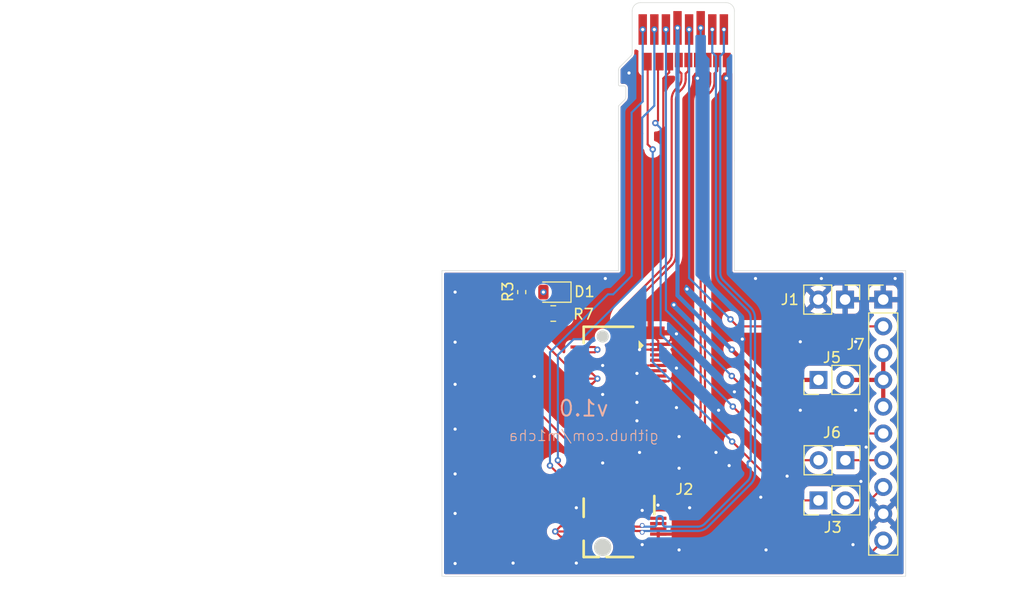
<source format=kicad_pcb>
(kicad_pcb (version 20241229) (generator "pcbnew") (generator_version "9.0")
  (layers (0 "F.Cu" signal) (4 "In1.Cu" power "In1.GND.Cu") (6 "In2.Cu" power "In2.VCC.Cu") (8 "In3.Cu" power "In3.VCC.Cu") (10 "In4.Cu" power "In4.GND.Cu") (2 "B.Cu" signal) (13 "F.Paste" user) (15 "B.Paste" user) (5 "F.SilkS" user "F.Silkscreen") (7 "B.SilkS" user "B.Silkscreen") (1 "F.Mask" user) (3 "B.Mask" user) (25 "Edge.Cuts" user))
  (net 0 "")
  (net 1 "+3V3")
  (net 2 "GND")
  (net 3 "Net-(J3-Pin_1)")
  (net 4 "Net-(D1-K)")
  (net 5 "CMD")
  (net 6 "CLK")
  (net 7 "+1V8")
  (net 8 "PCIe_RX-")
  (net 9 "~{CLKREQ}{slash}DAT2")
  (net 10 "PCIe_TX+")
  (net 11 "~{PERST}{slash}DAT3{slash}CD")
  (net 12 "PCIe_TX-")
  (net 13 "PCIe_RX+")
  (net 15 "Net-(J2-DEVSLP)")
  (net 16 "~{LED1}")
  (net 17 "SUSCLK")
  (net 50 "DATx{slash}REFCLK+")
  (net 51 "DATx{slash}REFCLK-")
  (net 52 "Net-(J4-3V3)")
  (net 53 "Net-(J4-1V2)")
  (net 54 "+1V2")
  (footprint "m1cha:CONN-SMD_APCI0146-P001A-nohole" (layer "F.Cu") (at 86.75 100.25 -90)
    (property "Reference" "J2" (at 4.5 -6.25 180) (layer "F.SilkS"))
    (property "Value" "Bus_M.2_Socket_M")
    (fp_circle (center -10 1.5) (end -9.45 1.5) (stroke (width 0.05)) (fill yes) (layer "Edge.Cuts"))
    (fp_circle (center 10 1.5) (end 10.8 1.5) (stroke (width 0.05)) (fill yes) (layer "Edge.Cuts"))
    (pad "1" smd rect (at -9.25 -3.775 270) (size 0.3 1.55) (layers "F.Cu" "F.Mask" "F.Paste") (net 2 "GND"))
    (pad "2" smd rect (at -9 3.775 270) (size 0.3 1.55) (layers "F.Cu" "F.Mask" "F.Paste") (net 1 "+3V3"))
    (pad "3" smd rect (at -8.75 -3.775 270) (size 0.3 1.55) (layers "F.Cu" "F.Mask" "F.Paste") (net 2 "GND"))
    (pad "4" smd rect (at -8.5 3.775 270) (size 0.3 1.55) (layers "F.Cu" "F.Mask" "F.Paste") (net 1 "+3V3"))
    (pad "5" smd rect (at -8.25 -3.775 270) (size 0.3 1.55) (layers "F.Cu" "F.Mask" "F.Paste"))
    (pad "6" smd rect (at -8 3.775 270) (size 0.3 1.55) (layers "F.Cu" "F.Mask" "F.Paste"))
    (pad "7" smd rect (at -7.75 -3.775 270) (size 0.3 1.55) (layers "F.Cu" "F.Mask" "F.Paste"))
    (pad "8" smd rect (at -7.5 3.775 270) (size 0.3 1.55) (layers "F.Cu" "F.Mask" "F.Paste"))
    (pad "9" smd rect (at -7.25 -3.775 270) (size 0.3 1.55) (layers "F.Cu" "F.Mask" "F.Paste") (net 2 "GND"))
    (pad "10" smd rect (at -7 3.775 270) (size 0.3 1.55) (layers "F.Cu" "F.Mask" "F.Paste") (net 16 "~{LED1}"))
    (pad "11" smd rect (at -6.75 -3.775 270) (size 0.3 1.55) (layers "F.Cu" "F.Mask" "F.Paste"))
    (pad "12" smd rect (at -6.5 3.775 270) (size 0.3 1.55) (layers "F.Cu" "F.Mask" "F.Paste") (net 1 "+3V3"))
    (pad "13" smd rect (at -6.25 -3.775 270) (size 0.3 1.55) (layers "F.Cu" "F.Mask" "F.Paste"))
    (pad "14" smd rect (at -6 3.775 270) (size 0.3 1.55) (layers "F.Cu" "F.Mask" "F.Paste") (net 1 "+3V3"))
    (pad "15" smd rect (at -5.75 -3.775 270) (size 0.3 1.55) (layers "F.Cu" "F.Mask" "F.Paste") (net 2 "GND"))
    (pad "16" smd rect (at -5.5 3.775 270) (size 0.3 1.55) (layers "F.Cu" "F.Mask" "F.Paste") (net 1 "+3V3"))
    (pad "17" smd rect (at -5.25 -3.775 270) (size 0.3 1.55) (layers "F.Cu" "F.Mask" "F.Paste"))
    (pad "18" smd rect (at -5 3.775 270) (size 0.3 1.55) (layers "F.Cu" "F.Mask" "F.Paste") (net 1 "+3V3"))
    (pad "19" smd rect (at -4.75 -3.775 270) (size 0.3 1.55) (layers "F.Cu" "F.Mask" "F.Paste"))
    (pad "20" smd rect (at -4.5 3.775 270) (size 0.3 1.55) (layers "F.Cu" "F.Mask" "F.Paste"))
    (pad "21" smd rect (at -4.25 -3.775 270) (size 0.3 1.55) (layers "F.Cu" "F.Mask" "F.Paste") (net 2 "GND"))
    (pad "22" smd rect (at -4 3.775 270) (size 0.3 1.55) (layers "F.Cu" "F.Mask" "F.Paste"))
    (pad "23" smd rect (at -3.75 -3.775 270) (size 0.3 1.55) (layers "F.Cu" "F.Mask" "F.Paste"))
    (pad "24" smd rect (at -3.5 3.775 270) (size 0.3 1.55) (layers "F.Cu" "F.Mask" "F.Paste"))
    (pad "25" smd rect (at -3.25 -3.775 270) (size 0.3 1.55) (layers "F.Cu" "F.Mask" "F.Paste"))
    (pad "26" smd rect (at -3 3.775 270) (size 0.3 1.55) (layers "F.Cu" "F.Mask" "F.Paste"))
    (pad "27" smd rect (at -2.75 -3.775 270) (size 0.3 1.55) (layers "F.Cu" "F.Mask" "F.Paste") (net 2 "GND"))
    (pad "28" smd rect (at -2.5 3.775 270) (size 0.3 1.55) (layers "F.Cu" "F.Mask" "F.Paste"))
    (pad "29" smd rect (at -2.25 -3.775 270) (size 0.3 1.55) (layers "F.Cu" "F.Mask" "F.Paste"))
    (pad "30" smd rect (at -2 3.775 270) (size 0.3 1.55) (layers "F.Cu" "F.Mask" "F.Paste"))
    (pad "31" smd rect (at -1.75 -3.775 270) (size 0.3 1.55) (layers "F.Cu" "F.Mask" "F.Paste"))
    (pad "32" smd rect (at -1.5 3.775 270) (size 0.3 1.55) (layers "F.Cu" "F.Mask" "F.Paste"))
    (pad "33" smd rect (at -1.25 -3.775 270) (size 0.3 1.55) (layers "F.Cu" "F.Mask" "F.Paste") (net 2 "GND"))
    (pad "34" smd rect (at -1 3.775 270) (size 0.3 1.55) (layers "F.Cu" "F.Mask" "F.Paste"))
    (pad "35" smd rect (at -0.75 -3.775 270) (size 0.3 1.55) (layers "F.Cu" "F.Mask" "F.Paste"))
    (pad "36" smd rect (at -0.5 3.775 270) (size 0.3 1.55) (layers "F.Cu" "F.Mask" "F.Paste"))
    (pad "37" smd rect (at -0.25 -3.775 270) (size 0.3 1.55) (layers "F.Cu" "F.Mask" "F.Paste"))
    (pad "38" smd rect (at 0 3.775 270) (size 0.3 1.55) (layers "F.Cu" "F.Mask" "F.Paste") (net 15 "Net-(J2-DEVSLP)"))
    (pad "39" smd rect (at 0.25 -3.775 270) (size 0.3 1.55) (layers "F.Cu" "F.Mask" "F.Paste") (net 2 "GND"))
    (pad "40" smd rect (at 0.5 3.775 270) (size 0.3 1.55) (layers "F.Cu" "F.Mask" "F.Paste"))
    (pad "41" smd rect (at 0.75 -3.775 270) (size 0.3 1.55) (layers "F.Cu" "F.Mask" "F.Paste") (net 8 "PCIe_RX-"))
    (pad "42" smd rect (at 1 3.775 270) (size 0.3 1.55) (layers "F.Cu" "F.Mask" "F.Paste"))
    (pad "43" smd rect (at 1.25 -3.775 270) (size 0.3 1.55) (layers "F.Cu" "F.Mask" "F.Paste") (net 13 "PCIe_RX+"))
    (pad "44" smd rect (at 1.5 3.775 270) (size 0.3 1.55) (layers "F.Cu" "F.Mask" "F.Paste"))
    (pad "45" smd rect (at 1.75 -3.775 270) (size 0.3 1.55) (layers "F.Cu" "F.Mask" "F.Paste") (net 2 "GND"))
    (pad "46" smd rect (at 2 3.775 270) (size 0.3 1.55) (layers "F.Cu" "F.Mask" "F.Paste"))
    (pad "47" smd rect (at 2.25 -3.775 270) (size 0.3 1.55) (layers "F.Cu" "F.Mask" "F.Paste") (net 12 "PCIe_TX-"))
    (pad "48" smd rect (at 2.5 3.775 270) (size 0.3 1.55) (layers "F.Cu" "F.Mask" "F.Paste"))
    (pad "49" smd rect (at 2.75 -3.775 270) (size 0.3 1.55) (layers "F.Cu" "F.Mask" "F.Paste") (net 10 "PCIe_TX+"))
    (pad "50" smd rect (at 3 3.775 270) (size 0.3 1.55) (layers "F.Cu" "F.Mask" "F.Paste") (net 11 "~{PERST}{slash}DAT3{slash}CD"))
    (pad "51" smd rect (at 3.25 -3.775 270) (size 0.3 1.55) (layers "F.Cu" "F.Mask" "F.Paste") (net 2 "GND"))
    (pad "52" smd rect (at 3.5 3.775 270) (size 0.3 1.55) (layers "F.Cu" "F.Mask" "F.Paste") (net 9 "~{CLKREQ}{slash}DAT2"))
    (pad "53" smd rect (at 3.75 -3.775 270) (size 0.3 1.55) (layers "F.Cu" "F.Mask" "F.Paste") (net 51 "DATx{slash}REFCLK-"))
    (pad "54" smd rect (at 4 3.775 270) (size 0.3 1.55) (layers "F.Cu" "F.Mask" "F.Paste"))
    (pad "55" smd rect (at 4.25 -3.775 270) (size 0.3 1.55) (layers "F.Cu" "F.Mask" "F.Paste") (net 50 "DATx{slash}REFCLK+"))
    (pad "56" smd rect (at 4.5 3.775 270) (size 0.3 1.55) (layers "F.Cu" "F.Mask" "F.Paste"))
    (pad "57" smd rect (at 4.75 -3.775 270) (size 0.3 1.55) (layers "F.Cu" "F.Mask" "F.Paste") (net 2 "GND"))
    (pad "58" smd rect (at 5 3.775 270) (size 0.3 1.55) (layers "F.Cu" "F.Mask" "F.Paste"))
    (pad "67" smd rect (at 7.25 -3.775 270) (size 0.3 1.55) (layers "F.Cu" "F.Mask" "F.Paste"))
    (pad "68" smd rect (at 7.5 3.775 270) (size 0.3 1.55) (layers "F.Cu" "F.Mask" "F.Paste") (net 17 "SUSCLK"))
    (pad "69" smd rect (at 7.75 -3.775 270) (size 0.3 1.55) (layers "F.Cu" "F.Mask" "F.Paste"))
    (pad "70" smd rect (at 8 3.775 270) (size 0.3 1.55) (layers "F.Cu" "F.Mask" "F.Paste") (net 1 "+3V3"))
    (pad "71" smd rect (at 8.25 -3.775 270) (size 0.3 1.55) (layers "F.Cu" "F.Mask" "F.Paste") (net 2 "GND"))
    (pad "72" smd rect (at 8.5 3.775 270) (size 0.3 1.55) (layers "F.Cu" "F.Mask" "F.Paste") (net 1 "+3V3"))
    (pad "73" smd rect (at 8.75 -3.775 270) (size 0.3 1.55) (layers "F.Cu" "F.Mask" "F.Paste") (net 2 "GND"))
    (pad "74" smd rect (at 9 3.775 270) (size 0.3 1.55) (layers "F.Cu" "F.Mask" "F.Paste") (net 1 "+3V3"))
    (pad "75" smd rect (at 9.25 -3.775 270) (size 0.3 1.55) (layers "F.Cu" "F.Mask" "F.Paste") (net 2 "GND"))
    (pad "MP" smd rect (at -10.35 -3 270) (size 1.2 2.75) (layers "F.Cu" "F.Mask" "F.Paste") (net 2 "GND"))
    (pad "MP" smd rect (at 10.35 -3 270) (size 1.2 2.75) (layers "F.Cu" "F.Mask" "F.Paste") (net 2 "GND"))
  )
  (footprint "Connector_PinHeader_2.54mm:PinHeader_1x02_P2.54mm_Vertical" (layer "F.Cu") (at 105.73 94.37 90)
    (property "Reference" "J5" (at 2.12 1.27 180) (layer "F.SilkS"))
    (property "Value" "Conn_01x02_Pin" (hide yes))
    (pad "1" thru_hole rect (at 0 0 90) (size 1.7 1.7) (drill 1) (layers "*.Cu" "*.Mask") (net 52 "Net-(J4-3V3)"))
    (pad "2" thru_hole circle (at 0 2.54 90) (size 1.7 1.7) (drill 1) (layers "*.Cu" "*.Mask") (net 1 "+3V3"))
  )
  (footprint "Connector_PinHeader_2.54mm:PinHeader_1x02_P2.54mm_Vertical" (layer "F.Cu") (at 108.25 86.75 -90)
    (property "Reference" "J1" (at 0 5.25 180) (layer "F.SilkS"))
    (property "Value" "Conn_02x01")
    (pad "1" thru_hole rect (at 0 0 270) (size 1.7 1.7) (drill 1) (layers "*.Cu" "*.Mask") (net 2 "GND"))
    (pad "2" thru_hole circle (at 0 2.54 270) (size 1.7 1.7) (drill 1) (layers "*.Cu" "*.Mask") (net 2 "GND"))
  )
  (footprint "Resistor_SMD:R_0805_2012Metric" (layer "F.Cu") (at 80.5625 88.07 180)
    (property "Reference" "R7" (at -2.8675 -0.07 180) (layer "F.SilkS"))
    (property "Value" "25")
    (pad "1" smd roundrect (at -0.9125 0 180) (size 1.025 1.4) (layers "F.Cu" "F.Mask" "F.Paste") (roundrect_rratio 0.243902) (net 4 "Net-(D1-K)"))
    (pad "2" smd roundrect (at 0.9125 0 180) (size 1.025 1.4) (layers "F.Cu" "F.Mask" "F.Paste") (roundrect_rratio 0.243902) (net 16 "~{LED1}"))
  )
  (footprint "Connector_PinHeader_2.54mm:PinHeader_1x02_P2.54mm_Vertical" (layer "F.Cu") (at 105.73 105.8 90)
    (property "Reference" "J3" (at -2.56 1.35 180) (layer "F.SilkS"))
    (property "Value" "Conn_01x02_Pin")
    (pad "1" thru_hole rect (at 0 0 90) (size 1.7 1.7) (drill 1) (layers "*.Cu" "*.Mask") (net 3 "Net-(J3-Pin_1)"))
    (pad "2" thru_hole circle (at 0 2.54 90) (size 1.7 1.7) (drill 1) (layers "*.Cu" "*.Mask") (net 7 "+1V8"))
  )
  (footprint "Resistor_SMD:R_0402_1005Metric" (layer "F.Cu") (at 77.57 86.04 -90)
    (property "Reference" "R3" (at -0.04 1.32 90) (layer "F.SilkS"))
    (property "Value" "10K")
    (pad "1" smd roundrect (at -0.51 0 270) (size 0.54 0.64) (layers "F.Cu" "F.Mask" "F.Paste") (net 2 "GND"))
    (pad "2" smd roundrect (at 0.51 0 270) (size 0.54 0.64) (layers "F.Cu" "F.Mask" "F.Paste") (net 15 "Net-(J2-DEVSLP)"))
  )
  (footprint "Connector_PinHeader_2.54mm:PinHeader_1x10_P2.54mm_Vertical" (layer "F.Cu") (at 111.87 86.75)
    (property "Reference" "J7" (at -2.62 4.25 0) (layer "F.SilkS"))
    (property "Value" "Conn_01x10_Pin")
    (pad "1" thru_hole rect (at 0 0) (size 1.7 1.7) (drill 1) (layers "*.Cu" "*.Mask") (net 2 "GND"))
    (pad "2" thru_hole circle (at 0 2.54) (size 1.7 1.7) (drill 1) (layers "*.Cu" "*.Mask") (net 6 "CLK"))
    (pad "3" thru_hole circle (at 0 5.08) (size 1.7 1.7) (drill 1) (layers "*.Cu" "*.Mask") (net 1 "+3V3"))
    (pad "4" thru_hole circle (at 0 7.62) (size 1.7 1.7) (drill 1) (layers "*.Cu" "*.Mask") (net 1 "+3V3"))
    (pad "5" thru_hole circle (at 0 10.16) (size 1.7 1.7) (drill 1) (layers "*.Cu" "*.Mask") (net 1 "+3V3"))
    (pad "6" thru_hole circle (at 0 12.7) (size 1.7 1.7) (drill 1) (layers "*.Cu" "*.Mask") (net 5 "CMD"))
    (pad "7" thru_hole circle (at 0 15.24) (size 1.7 1.7) (drill 1) (layers "*.Cu" "*.Mask") (net 54 "+1V2"))
    (pad "8" thru_hole circle (at 0 17.78) (size 1.7 1.7) (drill 1) (layers "*.Cu" "*.Mask") (net 7 "+1V8"))
    (pad "9" thru_hole circle (at 0 20.32) (size 1.7 1.7) (drill 1) (layers "*.Cu" "*.Mask") (net 2 "GND"))
    (pad "10" thru_hole circle (at 0 22.86) (size 1.7 1.7) (drill 1) (layers "*.Cu" "*.Mask") (net 17 "SUSCLK"))
  )
  (footprint "Connector_PinHeader_2.54mm:PinHeader_1x02_P2.54mm_Vertical" (layer "F.Cu") (at 108.28 101.99 -90)
    (property "Reference" "J6" (at -2.62 1.275 0) (layer "F.SilkS"))
    (property "Value" "Conn_01x02_Pin")
    (pad "1" thru_hole rect (at 0 0 270) (size 1.7 1.7) (drill 1) (layers "*.Cu" "*.Mask") (net 54 "+1V2"))
    (pad "2" thru_hole circle (at 0 2.54 270) (size 1.7 1.7) (drill 1) (layers "*.Cu" "*.Mask") (net 53 "Net-(J4-1V2)"))
  )
  (footprint "m1cha:usdex-male-open_bottom" (layer "F.Cu") (at 92.9 58.575)
    (property "Reference" "J4" (hide yes))
    (property "Value" "Micro_SDex_PCB")
    (fp_line (start -6.15 6.395685) (end -6.15 7.8) (stroke (width 0.05)) (layer "Edge.Cuts"))
    (fp_line (start -6.15 9.8) (end -6.149999 15) (stroke (width 0.05)) (layer "Edge.Cuts"))
    (fp_line (start -6.05 7.9) (end -5.65 7.9) (stroke (width 0.05)) (layer "Edge.Cuts"))
    (fp_line (start -5.567158 9.217158) (end -6.15 9.8) (stroke (width 0.05)) (layer "Edge.Cuts"))
    (fp_line (start -5.45 8.1) (end -5.45 8.934315) (stroke (width 0.05)) (layer "Edge.Cuts"))
    (fp_line (start -4.967158 5.047158) (end -6.032843 6.112843) (stroke (width 0.05)) (layer "Edge.Cuts"))
    (fp_line (start -4.85 4.764315) (end -4.85 0.8) (stroke (width 0.05)) (layer "Edge.Cuts"))
    (fp_line (start -4.05 0) (end 4.05 0) (stroke (width 0.05)) (layer "Edge.Cuts"))
    (fp_line (start 4.85 0.8) (end 4.85 15) (stroke (width 0.05)) (layer "Edge.Cuts"))
    (fp_arc (start -6.15 6.395685) (mid -6.119552 6.242612) (end -6.032843 6.112843) (stroke (width 0.05)) (layer "Edge.Cuts"))
    (fp_arc (start -6.05 7.9) (mid -6.120711 7.870711) (end -6.15 7.8) (stroke (width 0.05)) (layer "Edge.Cuts"))
    (fp_arc (start -5.65 7.9) (mid -5.508579 7.958579) (end -5.45 8.1) (stroke (width 0.05)) (layer "Edge.Cuts"))
    (fp_arc (start -5.45 8.934315) (mid -5.480448 9.087389) (end -5.567158 9.217158) (stroke (width 0.05)) (layer "Edge.Cuts"))
    (fp_arc (start -4.85 0.8) (mid -4.615685 0.234315) (end -4.05 0) (stroke (width 0.05)) (layer "Edge.Cuts"))
    (fp_arc (start -4.85 4.764315) (mid -4.880448 4.917389) (end -4.967158 5.047158) (stroke (width 0.05)) (layer "Edge.Cuts"))
    (fp_arc (start 4.05 0) (mid 4.615685 0.234315) (end 4.85 0.8) (stroke (width 0.05)) (layer "Edge.Cuts"))
    (pad "1" smd rect (at -3.85 2.55) (size 0.8 2.9) (layers "F.Cu" "F.Mask" "F.Paste") (net 9 "~{CLKREQ}{slash}DAT2"))
    (pad "2" smd rect (at -2.75 2.55) (size 0.8 2.9) (layers "F.Cu" "F.Mask" "F.Paste") (net 11 "~{PERST}{slash}DAT3{slash}CD"))
    (pad "3" smd rect (at -1.65 2.55) (size 0.8 2.9) (layers "F.Cu" "F.Mask" "F.Paste") (net 5 "CMD"))
    (pad "4" smd rect (at -0.55 2.4) (size 0.8 3.2) (layers "F.Cu" "F.Mask" "F.Paste") (net 52 "Net-(J4-3V3)"))
    (pad "5" smd rect (at 0.55 2.55) (size 0.8 2.9) (layers "F.Cu" "F.Mask" "F.Paste") (net 6 "CLK"))
    (pad "6" smd rect (at 1.65 2.4) (size 0.8 3.2) (layers "F.Cu" "F.Mask" "F.Paste") (net 2 "GND"))
    (pad "7" smd rect (at 2.75 2.55) (size 0.8 2.9) (layers "F.Cu" "F.Mask" "F.Paste") (net 50 "DATx{slash}REFCLK+"))
    (pad "8" smd rect (at 3.85 2.55) (size 0.8 2.9) (layers "F.Cu" "F.Mask" "F.Paste") (net 51 "DATx{slash}REFCLK-"))
    (pad "9" smd rect (at -3.38 5.595) (size 0.76 1.67) (layers "F.Cu" "F.Mask" "F.Paste") (net 3 "Net-(J3-Pin_1)"))
    (pad "10" smd rect (at -1.34 5.595) (size 0.76 1.67) (layers "F.Cu" "F.Mask" "F.Paste") (net 2 "GND"))
    (pad "11" smd rect (at -0.43 5.445) (size 0.76 1.37) (layers "F.Cu" "F.Mask" "F.Paste") (net 10 "PCIe_TX+"))
    (pad "12" smd rect (at 0.48 5.445) (size 0.76 1.37) (layers "F.Cu" "F.Mask" "F.Paste") (net 12 "PCIe_TX-"))
    (pad "13" smd rect (at 1.39 5.445) (size 0.76 1.37) (layers "F.Cu" "F.Mask" "F.Paste") (net 2 "GND"))
    (pad "14" smd rect (at 2.3 5.445) (size 0.76 1.37) (layers "F.Cu" "F.Mask" "F.Paste") (net 8 "PCIe_RX-"))
    (pad "15" smd rect (at 3.21 5.445) (size 0.76 1.37) (layers "F.Cu" "F.Mask" "F.Paste") (net 13 "PCIe_RX+"))
    (pad "16" smd rect (at 4.12 5.445) (size 0.76 1.37) (layers "F.Cu" "F.Mask" "F.Paste") (net 2 "GND"))
    (pad "17" smd rect (at -2.25 5.595) (size 0.76 1.67) (layers "F.Cu" "F.Mask" "F.Paste") (net 53 "Net-(J4-1V2)"))
  )
  (footprint "LED_SMD:LED_0805_2012Metric" (layer "F.Cu") (at 80.5625 86.04 180)
    (property "Reference" "D1" (at -2.9575 0.04 0) (layer "F.SilkS"))
    (property "Value" "LED")
    (pad "1" smd roundrect (at -0.9375 0 180) (size 0.975 1.4) (layers "F.Cu" "F.Mask" "F.Paste") (net 4 "Net-(D1-K)"))
    (pad "2" smd roundrect (at 0.9375 0 180) (size 0.975 1.4) (layers "F.Cu" "F.Mask" "F.Paste") (net 1 "+3V3"))
  )
  (gr_line (start 97.75 84) (end 114 84) (stroke (width 0.05)) (layer "Edge.Cuts"))
  (gr_line (start 70 84) (end 70 113) (stroke (width 0.05)) (layer "Edge.Cuts"))
  (gr_line (start 97.75 73.575) (end 97.75 84) (stroke (width 0.05)) (layer "Edge.Cuts"))
  (gr_line (start 114 113) (end 70 113) (stroke (width 0.05)) (layer "Edge.Cuts"))
  (gr_line (start 86.75 73.575) (end 86.75 84) (stroke (width 0.05)) (layer "Edge.Cuts"))
  (gr_line (start 86.75 84) (end 70 84) (stroke (width 0.05)) (layer "Edge.Cuts"))
  (gr_line (start 114 84) (end 114 113) (stroke (width 0.05)) (layer "Edge.Cuts"))
  (gr_text "github.com/m1cha" (at 83.448 100.25 0) (layer "B.SilkS") (effects (font (size 1 1) (thickness 0.1)) (justify bottom mirror)))
  (gr_text "v1.0" (at 83.448 97.95 0) (layer "B.SilkS") (effects (font (size 1.5 1.5) (thickness 0.1875)) (justify bottom mirror)))
  (segment (start 82.975 94.75) (end 84.25 94.75) (width 0.2) (layer "F.Cu") (net 1))
  (segment (start 111.86 94.38) (end 111.87 94.37) (width 0.2) (layer "F.Cu") (net 1))
  (segment (start 82.975 109.25) (end 81.25 109.25) (width 0.2) (layer "F.Cu") (net 1))
  (segment (start 82.975 95.25) (end 83.75 95.25) (width 0.2) (layer "F.Cu") (net 1))
  (segment (start 83.75 95.25) (end 84.75 94.25) (width 0.2) (layer "F.Cu") (net 1))
  (segment (start 111.8 96.98) (end 111.87 96.91) (width 0.2) (layer "F.Cu") (net 1))
  (segment (start 82.975 108.25) (end 82.975 109.25) (width 0.2) (layer "F.Cu") (net 1))
  (segment (start 81.25 108.25) (end 80.75 108.75) (width 0.2) (layer "F.Cu") (net 1))
  (segment (start 81.25 109.25) (end 80.75 108.75) (width 0.2) (layer "F.Cu") (net 1))
  (segment (start 82.975 108.25) (end 81.25 108.25) (width 0.2) (layer "F.Cu") (net 1))
  (segment (start 84.25 94.75) (end 84.75 94.25) (width 0.2) (layer "F.Cu") (net 1))
  (segment (start 82.975 91.25) (end 84.5 91.25) (width 0.2) (layer "F.Cu") (net 1))
  (segment (start 111.87 96.91) (end 111.87 91.83) (width 0.4) (layer "F.Cu") (net 1))
  (segment (start 82.975 91.75) (end 84.5 91.75) (width 0.2) (layer "F.Cu") (net 1))
  (segment (start 84.25 93.75) (end 84.75 94.25) (width 0.2) (layer "F.Cu") (net 1))
  (segment (start 84.5 91.25) (end 84.75 91.5) (width 0.2) (layer "F.Cu") (net 1))
  (segment (start 108.27 94.37) (end 111.87 94.37) (width 0.4) (layer "F.Cu") (net 1))
  (segment (start 82.975 91.25) (end 82.975 91.75) (width 0.2) (layer "F.Cu") (net 1))
  (segment (start 82.975 94.25) (end 84.75 94.25) (width 0.2) (layer "F.Cu") (net 1))
  (segment (start 82.975 108.75) (end 80.75 108.75) (width 0.2) (layer "F.Cu") (net 1))
  (segment (start 82.975 93.75) (end 82.975 95.25) (width 0.2) (layer "F.Cu") (net 1))
  (segment (start 84.5 91.75) (end 84.75 91.5) (width 0.2) (layer "F.Cu") (net 1))
  (segment (start 82.975 93.75) (end 84.25 93.75) (width 0.2) (layer "F.Cu") (net 1))
  (via (at 84.75 94.25) (size 0.6) (drill 0.3) (layers "F.Cu" "B.Cu") (net 1))
  (via (at 84.75 91.5) (size 0.6) (drill 0.3) (layers "F.Cu" "B.Cu") (net 1))
  (via (at 79.625 86.04) (size 0.6) (drill 0.3) (layers "F.Cu" "B.Cu") (net 1))
  (via (at 80.75 108.75) (size 0.6) (drill 0.3) (layers "F.Cu" "B.Cu") (net 1))
  (segment (start 90.525 100.5) (end 91.75 100.5) (width 0.2) (layer "F.Cu") (net 2))
  (segment (start 90.525 97.5) (end 91.75 97.5) (width 0.2) (layer "F.Cu") (net 2))
  (segment (start 97.02 64.02) (end 97.02 65.73) (width 0.2) (layer "F.Cu") (net 2))
  (segment (start 90.525 91) (end 91.25 91) (width 0.2) (layer "F.Cu") (net 2))
  (segment (start 89.25 97.5) (end 88.5 98.25) (width 0.2) (layer "F.Cu") (net 2))
  (segment (start 92 93) (end 92.25 93.25) (width 0.2) (layer "F.Cu") (net 2))
  (segment (start 86.5 103.5) (end 85.25 102.25) (width 0.2) (layer "F.Cu") (net 2))
  (segment (start 91.56 64.17) (end 91.56 65.205) (width 0.2) (layer "F.Cu") (net 2))
  (segment (start 91.75 97.5) (end 92.25 97) (width 0.2) (layer "F.Cu") (net 2))
  (segment (start 91.75 100.5) (end 92.5 99.75) (width 0.2) (layer "F.Cu") (net 2))
  (segment (start 89.25 99) (end 88.5 98.25) (width 0.2) (layer "F.Cu") (net 2))
  (segment (start 90.525 103.5) (end 91.75 103.5) (width 0.2) (layer "F.Cu") (net 2))
  (segment (start 90.525 97.5) (end 89.25 97.5) (width 0.2) (layer "F.Cu") (net 2))
  (segment (start 89.25 93) (end 88.5 93.75) (width 0.2) (layer "F.Cu") (net 2))
  (segment (start 90.525 93) (end 89.25 93) (width 0.2) (layer "F.Cu") (net 2))
  (segment (start 89 110) (end 88.5 110) (width 0.2) (layer "F.Cu") (net 2))
  (segment (start 90.525 102) (end 91.75 102) (width 0.2) (layer "F.Cu") (net 2))
  (segment (start 89.5 100.5) (end 88.75 101.25) (width 0.2) (layer "F.Cu") (net 2))
  (segment (start 91.75 99) (end 92.5 99.75) (width 0.2) (layer "F.Cu") (net 2))
  (segment (start 90.525 96) (end 91.5 96) (width 0.2) (layer "F.Cu") (net 2))
  (segment (start 94.29 64.02) (end 94.29 65.71) (width 0.2) (layer "F.Cu") (net 2))
  (segment (start 90.525 103.5) (end 86.5 103.5) (width 0.2) (layer "F.Cu") (net 2))
  (segment (start 89.5 102) (end 88.75 101.25) (width 0.2) (layer "F.Cu") (net 2))
  (segment (start 89 96) (end 88.5 96.5) (width 0.2) (layer "F.Cu") (net 2))
  (segment (start 92.25 93.75) (end 92.25 93.25) (width 0.2) (layer "F.Cu") (net 2))
  (segment (start 90.525 91.5) (end 88.75 91.5) (width 0.2) (layer "F.Cu") (net 2))
  (segment (start 90.525 99) (end 91.75 99) (width 0.2) (layer "F.Cu") (net 2))
  (segment (start 90.525 100.5) (end 89.5 100.5) (width 0.2) (layer "F.Cu") (net 2))
  (segment (start 89.25 94.5) (end 88.5 93.75) (width 0.2) (layer "F.Cu") (net 2))
  (segment (start 91.75 103.5) (end 92.5 102.75) (width 0.2) (layer "F.Cu") (net 2))
  (segment (start 90.525 109.5) (end 89.5 109.5) (width 0.2) (layer "F.Cu") (net 2))
  (segment (start 91 70.5) (end 90.5 71) (width 0.2) (layer "F.Cu") (net 2))
  (segment (start 90.525 90.675) (end 89.75 89.9) (width 0.2) (layer "F.Cu") (net 2))
  (segment (start 89.5 109.5) (end 89 110) (width 0.2) (layer "F.Cu") (net 2))
  (segment (start 91.56 65.205) (end 91 65.765) (width 0.2) (layer "F.Cu") (net 2))
  (segment (start 90.525 102) (end 89.5 102) (width 0.2) (layer "F.Cu") (net 2))
  (segment (start 91.5 96) (end 92.25 96.75) (width 0.2) (layer "F.Cu") (net 2))
  (segment (start 94.29 65.71) (end 94.25 65.75) (width 0.2) (layer "F.Cu") (net 2))
  (segment (start 90.525 109.5) (end 90.525 108.5) (width 0.2) (layer "F.Cu") (net 2))
  (segment (start 91.5 94.5) (end 92.25 93.75) (width 0.2) (layer "F.Cu") (net 2))
  (segment (start 90.525 106.225) (end 90.5 106.25) (width 0.2) (layer "F.Cu") (net 2))
  (segment (start 88.5 110) (end 88 109.5) (width 0.2) (layer "F.Cu") (net 2))
  (segment (start 91 65.765) (end 91 70.5) (width 0.2) (layer "F.Cu") (net 2))
  (segment (start 90.525 91) (end 90.525 90.675) (width 0.2) (layer "F.Cu") (net 2))
  (segment (start 89.25 91) (end 88.75 91.5) (width 0.2) (layer "F.Cu") (net 2))
  (segment (start 91.25 91) (end 92.25 90) (width 0.2) (layer "F.Cu") (net 2))
  (segment (start 90.525 94.5) (end 89.25 94.5) (width 0.2) (layer "F.Cu") (net 2))
  (segment (start 90.525 93) (end 92 93) (width 0.2) (layer "F.Cu") (net 2))
  (segment (start 90.525 91) (end 90.525 91.5) (width 0.2) (layer "F.Cu") (net 2))
  (segment (start 91.75 102) (end 92.5 102.75) (width 0.2) (layer "F.Cu") (net 2))
  (segment (start 90.525 105) (end 90.525 106.225) (width 0.2) (layer "F.Cu") (net 2))
  (segment (start 90.525 99) (end 89.25 99) (width 0.2) (layer "F.Cu") (net 2))
  (segment (start 90.525 91) (end 89.25 91) (width 0.2) (layer "F.Cu") (net 2))
  (segment (start 97.02 65.73) (end 97 65.75) (width 0.2) (layer "F.Cu") (net 2))
  (segment (start 90.525 94.5) (end 91.5 94.5) (width 0.2) (layer "F.Cu") (net 2))
  (segment (start 90.525 96) (end 89 96) (width 0.2) (layer "F.Cu") (net 2))
  (segment (start 92.25 96.75) (end 92.25 97) (width 0.2) (layer "F.Cu") (net 2))
  (via (at 106 84.75) (size 0.6) (drill 0.3) (layers "F.Cu" "B.Cu") (net 2))
  (via (at 104 90.75) (size 0.6) (drill 0.3) (layers "F.Cu" "B.Cu") (net 2))
  (via (at 88.5 98.25) (size 0.6) (drill 0.3) (layers "F.Cu" "B.Cu") (net 2))
  (via (at 88.75 91.5) (size 0.6) (drill 0.3) (layers "F.Cu" "B.Cu") (net 2))
  (via (at 100.75 110.5) (size 0.6) (drill 0.3) (layers "F.Cu" "B.Cu") (net 2))
  (via (at 82.75 111.75) (size 0.6) (drill 0.3) (layers "F.Cu" "B.Cu") (net 2))
  (via (at 92.5 99.75) (size 0.6) (drill 0.3) (layers "F.Cu" "B.Cu") (net 2))
  (via (at 110.25 100.75) (size 0.6) (drill 0.3) (layers "F.Cu" "B.Cu") (net 2))
  (via (at 109.75 104) (size 0.6) (drill 0.3) (layers "F.Cu" "B.Cu") (net 2))
  (via (at 94.25 65.75) (size 0.6) (drill 0.3) (layers "F.Cu" "B.Cu") (net 2))
  (via (at 99.75 84.75) (size 0.6) (drill 0.3) (layers "F.Cu" "B.Cu") (net 2))
  (via (at 98.5 90.5) (size 0.6) (drill 0.3) (layers "F.Cu" "B.Cu") (net 2))
  (via (at 96.25 97.25) (size 0.6) (drill 0.3) (layers "F.Cu" "B.Cu") (net 2))
  (via (at 88.75 101.25) (size 0.6) (drill 0.3) (layers "F.Cu" "B.Cu") (net 2))
  (via (at 71.25 103.29) (size 0.6) (drill 0.3) (layers "F.Cu" "B.Cu") (net 2))
  (via (at 78.76 94.05) (size 0.6) (drill 0.3) (layers "F.Cu" "B.Cu") (net 2))
  (via (at 97.75 95.5) (size 0.6) (drill 0.3) (layers "F.Cu" "B.Cu") (net 2))
  (via (at 93.5 106.5) (size 0.6) (drill 0.3) (layers "F.Cu" "B.Cu") (net 2))
  (via (at 113 84.75) (size 0.6) (drill 0.3) (layers "F.Cu" "B.Cu") (net 2))
  (via (at 90.5 106.25) (size 0.6) (drill 0.3) (layers "F.Cu" "B.Cu") (net 2))
  (via (at 109.25 90.75) (size 0.6) (drill 0.3) (layers "F.Cu" "B.Cu") (net 2))
  (via (at 92.5 110.5) (size 0.6) (drill 0.3) (layers "F.Cu" "B.Cu") (net 2))
  (via (at 109.25 97.25) (size 0.6) (drill 0.3) (layers "F.Cu" "B.Cu") (net 2))
  (via (at 92.5 102.75) (size 0.6) (drill 0.3) (layers "F.Cu" "B.Cu") (net 2))
  (via (at 92.25 97) (size 0.6) (drill 0.3) (layers "F.Cu" "B.Cu") (net 2))
  (via (at 89 106.75) (size 0.6) (drill 0.3) (layers "F.Cu" "B.Cu") (net 2))
  (via (at 85.5 84.75) (size 0.6) (drill 0.3) (layers "F.Cu" "B.Cu") (net 2))
  (via (at 92.25 93.25) (size 0.6) (drill 0.3) (layers "F.Cu" "B.Cu") (net 2))
  (via (at 71.25 90.79) (size 0.6) (drill 0.3) (layers "F.Cu" "B.Cu") (net 2))
  (via (at 96 101.25) (size 0.6) (drill 0.3) (layers "F.Cu" "B.Cu") (net 2))
  (via (at 85.25 93) (size 0.6) (drill 0.3) (layers "F.Cu" "B.Cu") (net 2))
  (via (at 97 65.75) (size 0.6) (drill 0.3) (layers "F.Cu" "B.Cu") (net 2))
  (via (at 94.55 60.975) (size 0.6) (drill 0.3) (layers "F.Cu" "B.Cu") (net 2))
  (via (at 89 110) (size 0.6) (drill 0.3) (layers "F.Cu" "B.Cu") (net 2))
  (via (at 71.25 111.79) (size 0.6) (drill 0.3) (layers "F.Cu" "B.Cu") (net 2))
  (via (at 88.5 96.5) (size 0.6) (drill 0.3) (layers "F.Cu" "B.Cu") (net 2))
  (via (at 76.75 111.75) (size 0.6) (drill 0.3) (layers "F.Cu" "B.Cu") (net 2))
  (via (at 102.75 103.5) (size 0.6) (drill 0.3) (layers "F.Cu" "B.Cu") (net 2))
  (via (at 92.25 90) (size 0.6) (drill 0.3) (layers "F.Cu" "B.Cu") (net 2))
  (via (at 85.25 102.25) (size 0.6) (drill 0.3) (layers "F.Cu" "B.Cu") (net 2))
  (via (at 87.75 65.25) (size 0.6) (drill 0.3) (layers "F.Cu" "B.Cu") (net 2))
  (via (at 85.25 95.75) (size 0.6) (drill 0.3) (layers "F.Cu" "B.Cu") (net 2))
  (via (at 100.25 105.5) (size 0.6) (drill 0.3) (layers "F.Cu" "B.Cu") (net 2))
  (via (at 71.25 94.79) (size 0.6) (drill 0.3) (layers "F.Cu" "B.Cu") (net 2))
  (via (at 92 87.25) (size 0.6) (drill 0.3) (layers "F.Cu" "B.Cu") (net 2))
  (via (at 97.25 102.5) (size 0.6) (drill 0.3) (layers "F.Cu" "B.Cu") (net 2))
  (via (at 93.25 85.75) (size 0.6) (drill 0.3) (layers "F.Cu" "B.Cu") (net 2))
  (via (at 88.5 93.75) (size 0.6) (drill 0.3) (layers "F.Cu" "B.Cu") (net 2))
  (via (at 82.75 106.5) (size 0.6) (drill 0.3) (layers "F.Cu" "B.Cu") (net 2))
  (via (at 71.25 107.04) (size 0.6) (drill 0.3) (layers "F.Cu" "B.Cu") (net 2))
  (via (at 71.25 99.04) (size 0.6) (drill 0.3) (layers "F.Cu" "B.Cu") (net 2))
  (via (at 109 110) (size 0.6) (drill 0.3) (layers "F.Cu" "B.Cu") (net 2))
  (via (at 71.25 86.04) (size 0.6) (drill 0.3) (layers "F.Cu" "B.Cu") (net 2))
  (via (at 104 97.25) (size 0.6) (drill 0.3) (layers "F.Cu" "B.Cu") (net 2))
  (segment (start 94.55 60.975) (end 94.55 62.7) (width 0.2) (layer "B.Cu") (net 2))
  (segment (start 89.52 64.17) (end 89.52 72.02) (width 0.2) (layer "F.Cu") (net 3))
  (segment (start 103.13 105.8) (end 105.73 105.8) (width 0.2) (layer "F.Cu") (net 3))
  (segment (start 102 104.68) (end 102.01 104.68) (width 0.2) (layer "F.Cu") (net 3))
  (segment (start 89.52 72.02) (end 90 72.5) (width 0.2) (layer "F.Cu") (net 3))
  (segment (start 97.535 100.215) (end 102 104.68) (width 0.2) (layer "F.Cu") (net 3))
  (segment (start 102.01 104.68) (end 103.13 105.8) (width 0.2) (layer "F.Cu") (net 3))
  (via (at 97.535 100.215) (size 0.6) (drill 0.3) (layers "F.Cu" "B.Cu") (net 3))
  (via (at 90 72.5) (size 0.6) (drill 0.3) (layers "F.Cu" "B.Cu") (net 3))
  (segment (start 90 92.68) (end 90 72.5) (width 0.2) (layer "B.Cu") (net 3))
  (segment (start 97.535 100.215) (end 90 92.68) (width 0.2) (layer "B.Cu") (net 3))
  (segment (start 81.475 86.065) (end 81.5 86.04) (width 0.2) (layer "F.Cu") (net 4))
  (segment (start 81.475 88.07) (end 81.475 86.065) (width 0.2) (layer "F.Cu") (net 4))
  (segment (start 97.5 94) (end 102.95 99.45) (width 0.2) (layer "F.Cu") (net 5))
  (segment (start 102.95 99.45) (end 111.87 99.45) (width 0.2) (layer "F.Cu") (net 5))
  (via (at 97.5 94) (size 0.6) (drill 0.3) (layers "F.Cu" "B.Cu") (net 5))
  (via (at 91.25 61.125) (size 0.6) (drill 0.3) (layers "F.Cu" "B.Cu") (net 5))
  (segment (start 91.25 87.75) (end 91.25 61.125) (width 0.2) (layer "B.Cu") (net 5))
  (segment (start 97.5 94) (end 91.25 87.75) (width 0.2) (layer "B.Cu") (net 5))
  (segment (start 98.04 89.29) (end 111.87 89.29) (width 0.2) (layer "F.Cu") (net 6))
  (segment (start 97.375 88.625) (end 98.04 89.29) (width 0.2) (layer "F.Cu") (net 6))
  (via (at 93.45 61.125) (size 0.6) (drill 0.3) (layers "F.Cu" "B.Cu") (net 6))
  (via (at 97.375 88.625) (size 0.6) (drill 0.3) (layers "F.Cu" "B.Cu") (net 6))
  (segment (start 97.375 88.625) (end 93.45 84.7) (width 0.2) (layer "B.Cu") (net 6))
  (segment (start 93.45 84.7) (end 93.45 61.125) (width 0.2) (layer "B.Cu") (net 6))
  (segment (start 110.6 105.8) (end 108.27 105.8) (width 0.2) (layer "F.Cu") (net 7))
  (segment (start 111.87 104.53) (end 110.6 105.8) (width 0.2) (layer "F.Cu") (net 7))
  (segment (start 90.525 101) (end 91.687501 101) (width 0.205232) (layer "F.Cu") (net 8))
  (segment (start 95.450784 65.298285) (end 95.2 65.047501) (width 0.205232) (layer "F.Cu") (net 8))
  (segment (start 93.458303 100.752891) (end 94.252891 99.958303) (width 0.205232) (layer "F.Cu") (net 8))
  (segment (start 94.958304 67.00289) (end 95.157891 66.803303) (width 0.205232) (layer "F.Cu") (net 8))
  (segment (start 91.733285 101.045784) (end 92.751196 101.045784) (width 0.205232) (layer "F.Cu") (net 8))
  (segment (start 94.25905 98.002735) (end 94.305784 98.002735) (width 0.205232) (layer "F.Cu") (net 8))
  (segment (start 94.545784 95.894886) (end 94.545784 67.998802) (width 0.205232) (layer "F.Cu") (net 8))
  (segment (start 94.305784 98.602735) (end 94.25905 98.602735) (width 0.205232) (layer "F.Cu") (net 8))
  (segment (start 94.545784 97.762735) (end 94.545784 97.642735) (width 0.205232) (layer "F.Cu") (net 8))
  (segment (start 94.01905 98.362735) (end 94.01905 98.242735) (width 0.205232) (layer "F.Cu") (net 8))
  (segment (start 91.687501 101) (end 91.733285 101.045784) (width 0.205232) (layer "F.Cu") (net 8))
  (segment (start 94.545784 97.642735) (end 94.545784 95.894886) (width 0.205232) (layer "F.Cu") (net 8))
  (segment (start 95.450784 66.096196) (end 95.450784 65.298285) (width 0.205232) (layer "F.Cu") (net 8))
  (segment (start 94.545784 99.251196) (end 94.545784 98.842735) (width 0.205232) (layer "F.Cu") (net 8))
  (segment (start 95.2 65.047501) (end 95.2 64.02) (width 0.205232) (layer "F.Cu") (net 8))
  (arc (start 95.157891 66.803303) (mid 95.374664 66.47888) (end 95.450784 66.096196) (width 0.205232) (layer "F.Cu") (net 8))
  (arc (start 92.751196 101.045784) (mid 93.133879 100.969664) (end 93.458303 100.752891) (width 0.205232) (layer "F.Cu") (net 8))
  (arc (start 94.545784 67.998802) (mid 94.652995 67.459818) (end 94.958304 67.00289) (width 0.205232) (layer "F.Cu") (net 8))
  (arc (start 94.545784 98.842735) (mid 94.47549 98.673029) (end 94.305784 98.602735) (width 0.205232) (layer "F.Cu") (net 8))
  (arc (start 94.25905 98.602735) (mid 94.089344 98.532441) (end 94.01905 98.362735) (width 0.205232) (layer "F.Cu") (net 8))
  (arc (start 94.252891 99.958303) (mid 94.469664 99.633879) (end 94.545784 99.251196) (width 0.205232) (layer "F.Cu") (net 8))
  (arc (start 94.01905 98.242735) (mid 94.089344 98.073029) (end 94.25905 98.002735) (width 0.205232) (layer "F.Cu") (net 8))
  (arc (start 94.305784 98.002735) (mid 94.47549 97.932441) (end 94.545784 97.762735) (width 0.205232) (layer "F.Cu") (net 8))
  (segment (start 81.5 103.75) (end 82.975 103.75) (width 0.2) (layer "F.Cu") (net 9))
  (segment (start 80.25 102.5) (end 81.5 103.75) (width 0.2) (layer "F.Cu") (net 9))
  (via (at 89.05 61.125) (size 0.6) (drill 0.3) (layers "F.Cu" "B.Cu") (net 9))
  (via (at 80.25 102.5) (size 0.6) (drill 0.3) (layers "F.Cu" "B.Cu") (net 9))
  (segment (start 89.05 67.95) (end 88 69) (width 0.2) (layer "B.Cu") (net 9))
  (segment (start 85.75 86.25) (end 80.25 91.75) (width 0.2) (layer "B.Cu") (net 9))
  (segment (start 89.05 61.125) (end 89.05 67.95) (width 0.2) (layer "B.Cu") (net 9))
  (segment (start 88 84.5) (end 86.25 86.25) (width 0.2) (layer "B.Cu") (net 9))
  (segment (start 88 69) (end 88 84.5) (width 0.2) (layer "B.Cu") (net 9))
  (segment (start 80.25 91.75) (end 80.25 102.5) (width 0.2) (layer "B.Cu") (net 9))
  (segment (start 86.25 86.25) (end 85.75 86.25) (width 0.2) (layer "B.Cu") (net 9))
  (segment (start 92.47 65.047501) (end 92.720784 65.298285) (width 0.205232) (layer "F.Cu") (net 10))
  (segment (start 86.545784 88.748802) (end 86.545784 100.751198) (width 0.205232) (layer "F.Cu") (net 10))
  (segment (start 91.502891 83.208303) (end 86.958304 87.75289) (width 0.205232) (layer "F.Cu") (net 10))
  (segment (start 92.720784 65.298285) (end 92.720784 65.826196) (width 0.205232) (layer "F.Cu") (net 10))
  (segment (start 92.47 64.02) (end 92.47 65.047501) (width 0.205232) (layer "F.Cu") (net 10))
  (segment (start 86.958304 101.74711) (end 87.75289 102.541696) (width 0.205232) (layer "F.Cu") (net 10))
  (segment (start 89.316715 102.954216) (end 89.362499 103) (width 0.205232) (layer "F.Cu") (net 10))
  (segment (start 88.748802 102.954216) (end 89.316715 102.954216) (width 0.205232) (layer "F.Cu") (net 10))
  (segment (start 92.427891 66.533303) (end 92.208304 66.75289) (width 0.205232) (layer "F.Cu") (net 10))
  (segment (start 91.795784 67.748802) (end 91.795784 82.501196) (width 0.205232) (layer "F.Cu") (net 10))
  (segment (start 89.362499 103) (end 90.525 103) (width 0.205232) (layer "F.Cu") (net 10))
  (arc (start 86.958304 87.75289) (mid 86.652994 88.209818) (end 86.545784 88.748802) (width 0.205232) (layer "F.Cu") (net 10))
  (arc (start 86.958304 101.74711) (mid 86.652994 101.290182) (end 86.545784 100.751198) (width 0.205232) (layer "F.Cu") (net 10))
  (arc (start 92.720784 65.826196) (mid 92.644664 66.208879) (end 92.427891 66.533303) (width 0.205232) (layer "F.Cu") (net 10))
  (arc (start 91.502891 83.208303) (mid 91.719664 82.88388) (end 91.795784 82.501196) (width 0.205232) (layer "F.Cu") (net 10))
  (arc (start 92.208304 66.75289) (mid 91.902994 67.209818) (end 91.795784 67.748802) (width 0.205232) (layer "F.Cu") (net 10))
  (arc (start 87.75289 102.541696) (mid 88.209818 102.847006) (end 88.748802 102.954216) (width 0.205232) (layer "F.Cu") (net 10))
  (segment (start 81 102.25) (end 82 103.25) (width 0.2) (layer "F.Cu") (net 11))
  (segment (start 81 102) (end 81 102.25) (width 0.2) (layer "F.Cu") (net 11))
  (segment (start 82 103.25) (end 82.975 103.25) (width 0.2) (layer "F.Cu") (net 11))
  (via (at 90.15 61.125) (size 0.6) (drill 0.3) (layers "F.Cu" "B.Cu") (net 11))
  (via (at 81 102) (size 0.6) (drill 0.3) (layers "F.Cu" "B.Cu") (net 11))
  (segment (start 90.15 68.35) (end 89.25 69.25) (width 0.2) (layer "B.Cu") (net 11))
  (segment (start 89.25 69.25) (end 89 69.5) (width 0.2) (layer "B.Cu") (net 11))
  (segment (start 89 71) (end 89 84.75) (width 0.2) (layer "B.Cu") (net 11))
  (segment (start 82.5 90.5) (end 81 92) (width 0.2) (layer "B.Cu") (net 11))
  (segment (start 81 92) (end 81 102) (width 0.2) (layer "B.Cu") (net 11))
  (segment (start 89 84.75) (end 87 86.75) (width 0.2) (layer "B.Cu") (net 11))
  (segment (start 89 69.5) (end 89 71) (width 0.2) (layer "B.Cu") (net 11))
  (segment (start 90.15 61.125) (end 90.15 68.35) (width 0.2) (layer "B.Cu") (net 11))
  (segment (start 87 86.75) (end 83.25 90.5) (width 0.2) (layer "B.Cu") (net 11))
  (segment (start 83.25 90.5) (end 82.5 90.5) (width 0.2) (layer "B.Cu") (net 11))
  (segment (start 90.525 102.5) (end 89.362499 102.5) (width 0.205232) (layer "F.Cu") (net 12))
  (segment (start 86.954216 99.116659) (end 86.954216 97.737292) (width 0.205232) (layer "F.Cu") (net 12))
  (segment (start 88.041697 102.252891) (end 87.247109 101.458303) (width 0.205232) (layer "F.Cu") (net 12))
  (segment (start 93.129216 65.826198) (end 93.129216 65.298285) (width 0.205232) (layer "F.Cu") (net 12))
  (segment (start 86.954216 99.236659) (end 86.954216 99.116659) (width 0.205232) (layer "F.Cu") (net 12))
  (segment (start 92.497109 67.041697) (end 92.716696 66.82211) (width 0.205232) (layer "F.Cu") (net 12))
  (segment (start 86.954216 100.751196) (end 86.954216 100.316659) (width 0.205232) (layer "F.Cu") (net 12))
  (segment (start 87.241084 99.476659) (end 87.194216 99.476659) (width 0.205232) (layer "F.Cu") (net 12))
  (segment (start 86.954216 97.737292) (end 86.954216 88.748804) (width 0.205232) (layer "F.Cu") (net 12))
  (segment (start 93.38 65.047501) (end 93.38 64.02) (width 0.205232) (layer "F.Cu") (net 12))
  (segment (start 89.362499 102.5) (end 89.316715 102.545784) (width 0.205232) (layer "F.Cu") (net 12))
  (segment (start 92.204216 82.501198) (end 92.204216 67.748804) (width 0.205232) (layer "F.Cu") (net 12))
  (segment (start 87.247109 88.041697) (end 91.791696 83.49711) (width 0.205232) (layer "F.Cu") (net 12))
  (segment (start 87.481084 99.836659) (end 87.481084 99.716659) (width 0.205232) (layer "F.Cu") (net 12))
  (segment (start 89.316715 102.545784) (end 88.748804 102.545784) (width 0.205232) (layer "F.Cu") (net 12))
  (segment (start 87.194216 100.076659) (end 87.241084 100.076659) (width 0.205232) (layer "F.Cu") (net 12))
  (segment (start 93.129216 65.298285) (end 93.38 65.047501) (width 0.205232) (layer "F.Cu") (net 12))
  (arc (start 88.748804 102.545784) (mid 88.36612 102.469664) (end 88.041697 102.252891) (width 0.205232) (layer "F.Cu") (net 12))
  (arc (start 86.954216 88.748804) (mid 87.030336 88.36612) (end 87.247109 88.041697) (width 0.205232) (layer "F.Cu") (net 12))
  (arc (start 87.194216 99.476659) (mid 87.02451 99.406365) (end 86.954216 99.236659) (width 0.205232) (layer "F.Cu") (net 12))
  (arc (start 86.954216 100.316659) (mid 87.02451 100.146953) (end 87.194216 100.076659) (width 0.205232) (layer "F.Cu") (net 12))
  (arc (start 92.204216 67.748804) (mid 92.280336 67.366121) (end 92.497109 67.041697) (width 0.205232) (layer "F.Cu") (net 12))
  (arc (start 92.716696 66.82211) (mid 93.022005 66.365182) (end 93.129216 65.826198) (width 0.205232) (layer "F.Cu") (net 12))
  (arc (start 91.791696 83.49711) (mid 92.097006 83.040182) (end 92.204216 82.501198) (width 0.205232) (layer "F.Cu") (net 12))
  (arc (start 87.241084 100.076659) (mid 87.41079 100.006365) (end 87.481084 99.836659) (width 0.205232) (layer "F.Cu") (net 12))
  (arc (start 87.247109 101.458303) (mid 87.030336 101.13388) (end 86.954216 100.751196) (width 0.205232) (layer "F.Cu") (net 12))
  (arc (start 87.481084 99.716659) (mid 87.41079 99.546953) (end 87.241084 99.476659) (width 0.205232) (layer "F.Cu") (net 12))
  (segment (start 91.687501 101.5) (end 90.525 101.5) (width 0.205232) (layer "F.Cu") (net 13))
  (segment (start 94.954216 67.998804) (end 94.954216 99.251198) (width 0.205232) (layer "F.Cu") (net 13))
  (segment (start 94.541696 100.24711) (end 93.74711 101.041696) (width 0.205232) (layer "F.Cu") (net 13))
  (segment (start 91.733285 101.454216) (end 91.687501 101.5) (width 0.205232) (layer "F.Cu") (net 13))
  (segment (start 92.751198 101.454216) (end 91.733285 101.454216) (width 0.205232) (layer "F.Cu") (net 13))
  (segment (start 96.11 64.02) (end 96.11 65.047501) (width 0.205232) (layer "F.Cu") (net 13))
  (segment (start 96.11 65.047501) (end 95.859216 65.298285) (width 0.205232) (layer "F.Cu") (net 13))
  (segment (start 95.446696 67.09211) (end 95.247109 67.291697) (width 0.205232) (layer "F.Cu") (net 13))
  (segment (start 95.859216 65.298285) (end 95.859216 66.096198) (width 0.205232) (layer "F.Cu") (net 13))
  (arc (start 94.954216 99.251198) (mid 94.847005 99.790182) (end 94.541696 100.24711) (width 0.205232) (layer "F.Cu") (net 13))
  (arc (start 95.247109 67.291697) (mid 95.030336 67.61612) (end 94.954216 67.998804) (width 0.205232) (layer "F.Cu") (net 13))
  (arc (start 93.74711 101.041696) (mid 93.290182 101.347006) (end 92.751198 101.454216) (width 0.205232) (layer "F.Cu") (net 13))
  (arc (start 95.446696 67.09211) (mid 95.752006 66.635182) (end 95.859216 66.096198) (width 0.205232) (layer "F.Cu") (net 13))
  (segment (start 82 100.25) (end 82.975 100.25) (width 0.2) (layer "F.Cu") (net 15))
  (segment (start 77.57 95.82) (end 82 100.25) (width 0.2) (layer "F.Cu") (net 15))
  (segment (start 77.57 86.55) (end 77.57 95.82) (width 0.2) (layer "F.Cu") (net 15))
  (segment (start 79.71 90.88) (end 82.08 93.25) (width 0.2) (layer "F.Cu") (net 16))
  (segment (start 79.71 88.07) (end 79.71 90.88) (width 0.2) (layer "F.Cu") (net 16))
  (segment (start 82.08 93.25) (end 82.975 93.25) (width 0.2) (layer "F.Cu") (net 16))
  (segment (start 109.73 111.75) (end 111.87 109.61) (width 0.2) (layer "F.Cu") (net 17))
  (segment (start 83.849 110.830314) (end 84.768686 111.75) (width 0.2) (layer "F.Cu") (net 17))
  (segment (start 84.134343 107.982343) (end 84.134343 109.384343) (width 0.2) (layer "F.Cu") (net 17))
  (segment (start 83.849 109.669686) (end 83.849 110.830314) (width 0.2) (layer "F.Cu") (net 17))
  (segment (start 84.134343 109.384343) (end 83.849 109.669686) (width 0.2) (layer "F.Cu") (net 17))
  (segment (start 82.975 107.75) (end 83.902 107.75) (width 0.2) (layer "F.Cu") (net 17))
  (segment (start 84.768686 111.75) (end 109.73 111.75) (width 0.2) (layer "F.Cu") (net 17))
  (segment (start 83.902 107.75) (end 84.134343 107.982343) (width 0.2) (layer "F.Cu") (net 17))
  (segment (start 87.497109 107.708303) (end 87.791696 108.00289) (width 0.205232) (layer "F.Cu") (net 50))
  (segment (start 90.525 104.5) (end 89.362499 104.5) (width 0.205232) (layer "F.Cu") (net 50))
  (segment (start 88.498803 108.295783) (end 88.877617 108.295783) (width 0.205232) (layer "F.Cu") (net 50))
  (segment (start 88.041697 104.747109) (end 87.497109 105.291697) (width 0.205232) (layer "F.Cu") (net 50))
  (segment (start 89.316715 104.454216) (end 88.748804 104.454216) (width 0.205232) (layer "F.Cu") (net 50))
  (segment (start 87.204216 105.998804) (end 87.204216 107.001196) (width 0.205232) (layer "F.Cu") (net 50))
  (segment (start 89.362499 104.5) (end 89.316715 104.454216) (width 0.205232) (layer "F.Cu") (net 50))
  (segment (start 88.877617 108.295783) (end 89 108.1734) (width 0.205232) (layer "F.Cu") (net 50))
  (via (at 95.65 61.125) (size 0.45) (drill 0.3) (layers "F.Cu" "B.Cu") (net 50))
  (via (at 89 108.1734) (size 0.45) (drill 0.3) (layers "F.Cu" "B.Cu") (net 50))
  (arc (start 87.204216 105.998804) (mid 87.280336 105.616121) (end 87.497109 105.291697) (width 0.205232) (layer "F.Cu") (net 50))
  (arc (start 87.204216 107.001196) (mid 87.280336 107.383879) (end 87.497109 107.708303) (width 0.205232) (layer "F.Cu") (net 50))
  (arc (start 88.041697 104.747109) (mid 88.36612 104.530336) (end 88.748804 104.454216) (width 0.205232) (layer "F.Cu") (net 50))
  (arc (start 87.791696 108.00289) (mid 88.116119 108.219663) (end 88.498803 108.295783) (width 0.205232) (layer "F.Cu") (net 50))
  (segment (start 99.295784 101.625279) (end 99.295784 101.314506) (width 0.205232) (layer "B.Cu") (net 50))
  (segment (start 90.965847 107.535783) (end 90.965847 108.055783) (width 0.205232) (layer "B.Cu") (net 50))
  (segment (start 94.958304 108.00289) (end 99.002891 103.958303) (width 0.205232) (layer "B.Cu") (net 50))
  (segment (start 95.65 63.300001) (end 95.65 61.125) (width 0.205232) (layer "B.Cu") (net 50))
  (segment (start 95.995784 63.645785) (end 95.65 63.300001) (width 0.205232) (layer "B.Cu") (net 50))
  (segment (start 99.000656 102.530151) (end 99.000656 102.225279) (width 0.205232) (layer "B.Cu") (net 50))
  (segment (start 91.710316 108.295783) (end 94.251197 108.295783) (width 0.205232) (layer "B.Cu") (net 50))
  (segment (start 90.365847 108.055783) (end 90.365847 107.535783) (width 0.205232) (layer "B.Cu") (net 50))
  (segment (start 99.295784 101.930151) (end 99.295784 101.625279) (width 0.205232) (layer "B.Cu") (net 50))
  (segment (start 95.995784 84.201198) (end 95.995784 63.645785) (width 0.205232) (layer "B.Cu") (net 50))
  (segment (start 89.122383 108.295783) (end 90.125847 108.295783) (width 0.205232) (layer "B.Cu") (net 50))
  (segment (start 89 108.1734) (end 89.122383 108.295783) (width 0.205232) (layer "B.Cu") (net 50))
  (segment (start 99.295784 101.314506) (end 99.295784 88.498804) (width 0.205232) (layer "B.Cu") (net 50))
  (segment (start 99.002891 87.791697) (end 96.408304 85.19711) (width 0.205232) (layer "B.Cu") (net 50))
  (segment (start 99.295784 103.251196) (end 99.295784 102.825279) (width 0.205232) (layer "B.Cu") (net 50))
  (segment (start 91.205847 108.295783) (end 91.325847 108.295783) (width 0.205232) (layer "B.Cu") (net 50))
  (segment (start 90.605847 107.295783) (end 90.725847 107.295783) (width 0.205232) (layer "B.Cu") (net 50))
  (segment (start 91.325847 108.295783) (end 91.710316 108.295783) (width 0.205232) (layer "B.Cu") (net 50))
  (arc (start 90.965847 108.055783) (mid 91.036141 108.225489) (end 91.205847 108.295783) (width 0.205232) (layer "B.Cu") (net 50))
  (arc (start 99.295784 102.825279) (mid 99.252564 102.720935) (end 99.14822 102.677715) (width 0.205232) (layer "B.Cu") (net 50))
  (arc (start 99.000656 102.225279) (mid 99.043876 102.120935) (end 99.14822 102.077715) (width 0.205232) (layer "B.Cu") (net 50))
  (arc (start 94.251197 108.295783) (mid 94.63388 108.219663) (end 94.958304 108.00289) (width 0.205232) (layer "B.Cu") (net 50))
  (arc (start 90.725847 107.295783) (mid 90.895553 107.366077) (end 90.965847 107.535783) (width 0.205232) (layer "B.Cu") (net 50))
  (arc (start 99.14822 102.677715) (mid 99.043876 102.634495) (end 99.000656 102.530151) (width 0.205232) (layer "B.Cu") (net 50))
  (arc (start 99.002891 103.958303) (mid 99.219664 103.63388) (end 99.295784 103.251196) (width 0.205232) (layer "B.Cu") (net 50))
  (arc (start 90.365847 107.535783) (mid 90.436141 107.366077) (end 90.605847 107.295783) (width 0.205232) (layer "B.Cu") (net 50))
  (arc (start 99.295784 88.498804) (mid 99.219664 88.11612) (end 99.002891 87.791697) (width 0.205232) (layer "B.Cu") (net 50))
  (arc (start 96.408304 85.19711) (mid 96.102995 84.740182) (end 95.995784 84.201198) (width 0.205232) (layer "B.Cu") (net 50))
  (arc (start 90.125847 108.295783) (mid 90.295553 108.225489) (end 90.365847 108.055783) (width 0.205232) (layer "B.Cu") (net 50))
  (arc (start 99.14822 102.077715) (mid 99.252564 102.034495) (end 99.295784 101.930151) (width 0.205232) (layer "B.Cu") (net 50))
  (segment (start 89.316715 104.045784) (end 88.748802 104.045784) (width 0.205232) (layer "F.Cu") (net 51))
  (segment (start 88.877617 108.704217) (end 89 108.8266) (width 0.205232) (layer "F.Cu") (net 51))
  (segment (start 87.208304 107.99711) (end 87.502891 108.291697) (width 0.205232) (layer "F.Cu") (net 51))
  (segment (start 87.75289 104.458304) (end 87.208304 105.00289) (width 0.205232) (layer "F.Cu") (net 51))
  (segment (start 89.362499 104) (end 89.316715 104.045784) (width 0.205232) (layer "F.Cu") (net 51))
  (segment (start 90.525 104) (end 89.362499 104) (width 0.205232) (layer "F.Cu") (net 51))
  (segment (start 86.795784 105.998802) (end 86.795784 107.001198) (width 0.205232) (layer "F.Cu") (net 51))
  (segment (start 88.498803 108.704217) (end 88.877617 108.704217) (width 0.205232) (layer "F.Cu") (net 51))
  (via (at 96.75 61.125) (size 0.45) (drill 0.3) (layers "F.Cu" "B.Cu") (net 51))
  (via (at 89 108.8266) (size 0.45) (drill 0.3) (layers "F.Cu" "B.Cu") (net 51))
  (arc (start 88.498803 108.704217) (mid 87.959819 108.597006) (end 87.502891 108.291697) (width 0.205232) (layer "F.Cu") (net 51))
  (arc (start 86.795784 105.998802) (mid 86.902995 105.459818) (end 87.208304 105.00289) (width 0.205232) (layer "F.Cu") (net 51))
  (arc (start 88.748802 104.045784) (mid 88.209818 104.152995) (end 87.75289 104.458304) (width 0.205232) (layer "F.Cu") (net 51))
  (arc (start 86.795784 107.001198) (mid 86.902995 107.540182) (end 87.208304 107.99711) (width 0.205232) (layer "F.Cu") (net 51))
  (segment (start 89 108.8266) (end 89.122383 108.704217) (width 0.205232) (layer "B.Cu") (net 51))
  (segment (start 96.404216 84.201196) (end 96.404216 63.645785) (width 0.205232) (layer "B.Cu") (net 51))
  (segment (start 96.404216 63.645785) (end 96.75 63.300001) (width 0.205232) (layer "B.Cu") (net 51))
  (segment (start 99.704216 103.251198) (end 99.704216 88.498802) (width 0.205232) (layer "B.Cu") (net 51))
  (segment (start 96.75 63.300001) (end 96.75 61.125) (width 0.205232) (layer "B.Cu") (net 51))
  (segment (start 95.247109 108.291697) (end 99.291696 104.24711) (width 0.205232) (layer "B.Cu") (net 51))
  (segment (start 99.291696 87.50289) (end 96.697109 84.908303) (width 0.205232) (layer "B.Cu") (net 51))
  (segment (start 89.122383 108.704217) (end 94.251197 108.704217) (width 0.205232) (layer "B.Cu") (net 51))
  (arc (start 95.247109 108.291697) (mid 94.790181 108.597007) (end 94.251197 108.704217) (width 0.205232) (layer "B.Cu") (net 51))
  (arc (start 99.704216 88.498802) (mid 99.597005 87.959818) (end 99.291696 87.50289) (width 0.205232) (layer "B.Cu") (net 51))
  (arc (start 96.697109 84.908303) (mid 96.480336 84.58388) (end 96.404216 84.201196) (width 0.205232) (layer "B.Cu") (net 51))
  (arc (start 99.291696 104.24711) (mid 99.597006 103.790182) (end 99.704216 103.251198) (width 0.205232) (layer "B.Cu") (net 51))
  (segment (start 100.37 94.37) (end 105.73 94.37) (width 0.4) (layer "F.Cu") (net 52))
  (segment (start 97.5 91.5) (end 100.37 94.37) (width 0.4) (layer "F.Cu") (net 52))
  (via (at 92.35 60.975) (size 0.6) (drill 0.3) (layers "F.Cu" "B.Cu") (net 52))
  (via (at 97.5 91.5) (size 0.6) (drill 0.3) (layers "F.Cu" "B.Cu") (net 52))
  (segment (start 97.5 91.5) (end 92.35 86.35) (width 0.4) (layer "B.Cu") (net 52))
  (segment (start 92.35 86.35) (end 92.35 60.975) (width 0.4) (layer "B.Cu") (net 52))
  (segment (start 102.69 101.99) (end 105.74 101.99) (width 0.2) (layer "F.Cu") (net 53))
  (segment (start 97.6 96.9) (end 102.69 101.99) (width 0.2) (layer "F.Cu") (net 53))
  (segment (start 90.65 64.17) (end 90.5 64.32) (width 0.2) (layer "F.Cu") (net 53))
  (segment (start 90.5 69.75) (end 90.25 70) (width 0.2) (layer "F.Cu") (net 53))
  (segment (start 90.5 64.32) (end 90.5 69.75) (width 0.2) (layer "F.Cu") (net 53))
  (via (at 90.25 70) (size 0.6) (drill 0.3) (layers "F.Cu" "B.Cu") (net 53))
  (via (at 97.6 96.9) (size 0.6) (drill 0.3) (layers "F.Cu" "B.Cu") (net 53))
  (segment (start 90.75 90.05) (end 90.75 70.5) (width 0.2) (layer "B.Cu") (net 53))
  (segment (start 97.6 96.9) (end 90.75 90.05) (width 0.2) (layer "B.Cu") (net 53))
  (segment (start 90.75 70.5) (end 90.25 70) (width 0.2) (layer "B.Cu") (net 53))
  (segment (start 111.79 102.07) (end 111.87 101.99) (width 0.2) (layer "F.Cu") (net 54))
  (segment (start 111.87 101.99) (end 108.28 101.99) (width 0.2) (layer "F.Cu") (net 54))
  (zone (net 2) (net_name "GND") (layer "F.Cu") (connect_pads (clearance 0.5)) (min_thickness 0.25) (fill yes (thermal_gap 0.5) (thermal_bridge_width 0.5))
    (polygon (pts (xy 67.975 61.575) (xy 125 61.575) (xy 125 114.5) (xy 67.975 114.5)))
  )
  (zone (net 2) (net_name "GND") (layer "B.Cu") (priority 1) (connect_pads (clearance 0.5)) (min_thickness 0.25) (fill yes (thermal_gap 0.5) (thermal_bridge_width 0.5))
    (polygon (pts (xy 67.975 61.64) (xy 125 61.64) (xy 125 114.5) (xy 67.975 114.5)))
  )
)
</source>
